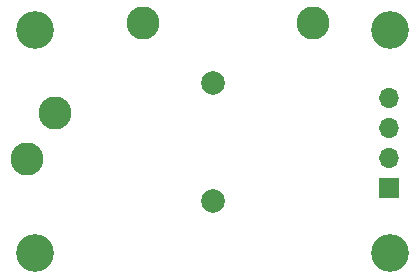
<source format=gbs>
G04 #@! TF.GenerationSoftware,KiCad,Pcbnew,(6.0.2)*
G04 #@! TF.CreationDate,2022-05-11T22:01:16-05:00*
G04 #@! TF.ProjectId,Receive US,52656365-6976-4652-9055-532e6b696361,rev?*
G04 #@! TF.SameCoordinates,Original*
G04 #@! TF.FileFunction,Soldermask,Bot*
G04 #@! TF.FilePolarity,Negative*
%FSLAX46Y46*%
G04 Gerber Fmt 4.6, Leading zero omitted, Abs format (unit mm)*
G04 Created by KiCad (PCBNEW (6.0.2)) date 2022-05-11 22:01:16*
%MOMM*%
%LPD*%
G01*
G04 APERTURE LIST*
%ADD10C,3.200000*%
%ADD11C,2.800000*%
%ADD12R,1.700000X1.700000*%
%ADD13O,1.700000X1.700000*%
%ADD14C,2.000000*%
G04 APERTURE END LIST*
D10*
G04 #@! TO.C,H5*
X85000000Y-90556000D03*
G04 #@! TD*
G04 #@! TO.C,H4*
X85000000Y-109444000D03*
G04 #@! TD*
D11*
G04 #@! TO.C,TP1*
X86700000Y-97550000D03*
G04 #@! TD*
D10*
G04 #@! TO.C,H3*
X115000000Y-90556000D03*
G04 #@! TD*
D11*
G04 #@! TO.C,TP2*
X94100000Y-89900000D03*
G04 #@! TD*
G04 #@! TO.C,TP3*
X108525000Y-89975000D03*
G04 #@! TD*
D12*
G04 #@! TO.C,J1*
X114900000Y-103900000D03*
D13*
X114900000Y-101360000D03*
X114900000Y-98820000D03*
X114900000Y-96280000D03*
G04 #@! TD*
D10*
G04 #@! TO.C,H2*
X115000000Y-109444000D03*
G04 #@! TD*
D11*
G04 #@! TO.C,TP5*
X84250000Y-101450000D03*
G04 #@! TD*
D14*
G04 #@! TO.C,LS1*
X100000000Y-95000000D03*
X100000000Y-105000000D03*
G04 #@! TD*
M02*

</source>
